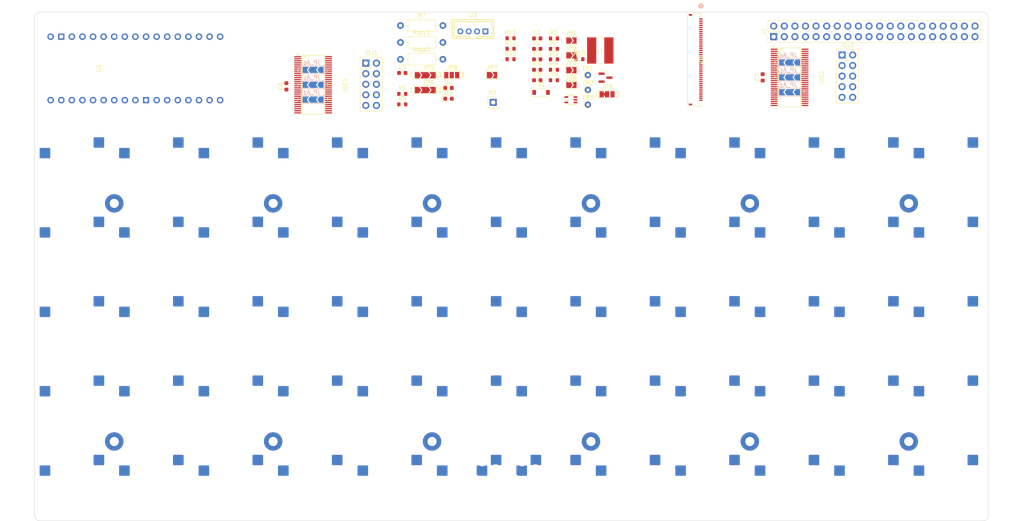
<source format=kicad_pcb>
(kicad_pcb
	(version 20241229)
	(generator "pcbnew")
	(generator_version "9.0")
	(general
		(thickness 1.6)
		(legacy_teardrops no)
	)
	(paper "A4")
	(layers
		(0 "F.Cu" signal)
		(4 "In1.Cu" signal)
		(6 "In2.Cu" signal)
		(2 "B.Cu" signal)
		(9 "F.Adhes" user "F.Adhesive")
		(11 "B.Adhes" user "B.Adhesive")
		(13 "F.Paste" user)
		(15 "B.Paste" user)
		(5 "F.SilkS" user "F.Silkscreen")
		(7 "B.SilkS" user "B.Silkscreen")
		(1 "F.Mask" user)
		(3 "B.Mask" user)
		(17 "Dwgs.User" user "User.Drawings")
		(19 "Cmts.User" user "User.Comments")
		(21 "Eco1.User" user "User.Eco1")
		(23 "Eco2.User" user "User.Eco2")
		(25 "Edge.Cuts" user)
		(27 "Margin" user)
		(31 "F.CrtYd" user "F.Courtyard")
		(29 "B.CrtYd" user "B.Courtyard")
		(35 "F.Fab" user)
		(33 "B.Fab" user)
		(39 "User.1" user)
		(41 "User.2" user)
		(43 "User.3" user)
		(45 "User.4" user)
		(47 "User.5" user)
		(49 "User.6" user)
		(51 "User.7" user)
		(53 "User.8" user)
		(55 "User.9" user)
	)
	(setup
		(stackup
			(layer "F.SilkS"
				(type "Top Silk Screen")
			)
			(layer "F.Paste"
				(type "Top Solder Paste")
			)
			(layer "F.Mask"
				(type "Top Solder Mask")
				(thickness 0.01)
			)
			(layer "F.Cu"
				(type "copper")
				(thickness 0.035)
			)
			(layer "dielectric 1"
				(type "prepreg")
				(thickness 0.1)
				(material "FR4")
				(epsilon_r 4.5)
				(loss_tangent 0.02)
			)
			(layer "In1.Cu"
				(type "copper")
				(thickness 0.035)
			)
			(layer "dielectric 2"
				(type "core")
				(thickness 1.24)
				(material "FR4")
				(epsilon_r 4.5)
				(loss_tangent 0.02)
			)
			(layer "In2.Cu"
				(type "copper")
				(thickness 0.035)
			)
			(layer "dielectric 3"
				(type "prepreg")
				(thickness 0.1)
				(material "FR4")
				(epsilon_r 4.5)
				(loss_tangent 0.02)
			)
			(layer "B.Cu"
				(type "copper")
				(thickness 0.035)
			)
			(layer "B.Mask"
				(type "Bottom Solder Mask")
				(thickness 0.01)
			)
			(layer "B.Paste"
				(type "Bottom Solder Paste")
			)
			(layer "B.SilkS"
				(type "Bottom Silk Screen")
			)
			(copper_finish "HAL lead-free")
			(dielectric_constraints no)
		)
		(pad_to_mask_clearance 0)
		(allow_soldermask_bridges_in_footprints no)
		(tenting front back)
		(pcbplotparams
			(layerselection 0x00000000_00000000_55555555_5755f5ff)
			(plot_on_all_layers_selection 0x00000000_00000000_00000000_00000000)
			(disableapertmacros no)
			(usegerberextensions no)
			(usegerberattributes yes)
			(usegerberadvancedattributes yes)
			(creategerberjobfile yes)
			(dashed_line_dash_ratio 12.000000)
			(dashed_line_gap_ratio 3.000000)
			(svgprecision 4)
			(plotframeref no)
			(mode 1)
			(useauxorigin no)
			(hpglpennumber 1)
			(hpglpenspeed 20)
			(hpglpendiameter 15.000000)
			(pdf_front_fp_property_popups yes)
			(pdf_back_fp_property_popups yes)
			(pdf_metadata yes)
			(pdf_single_document no)
			(dxfpolygonmode yes)
			(dxfimperialunits yes)
			(dxfusepcbnewfont yes)
			(psnegative no)
			(psa4output no)
			(plot_black_and_white yes)
			(sketchpadsonfab no)
			(plotpadnumbers no)
			(hidednponfab no)
			(sketchdnponfab yes)
			(crossoutdnponfab yes)
			(subtractmaskfromsilk no)
			(outputformat 1)
			(mirror no)
			(drillshape 1)
			(scaleselection 1)
			(outputdirectory "")
		)
	)
	(net 0 "")
	(net 1 "Net-(JP9-C)")
	(net 2 "/LEDA_{TFT}")
	(net 3 "/LEDK_{TFT}")
	(net 4 "+3.3V")
	(net 5 "+5V")
	(net 6 "Net-(D1-A)")
	(net 7 "Net-(D2-A)")
	(net 8 "~{RST}")
	(net 9 "/~{RST_{TFT{slash}TP}}")
	(net 10 "/CS_{SPI{slash}TFT}")
	(net 11 "/Switch Matrix Left Half/SWPIN_{4,2}")
	(net 12 "/Switch Matrix Left Half/SWPIN_{0,2}")
	(net 13 "/Switch Matrix Left Half/SWPIN_{1,7}")
	(net 14 "/Switch Matrix Left Half/SWPIN_{3,7}")
	(net 15 "/Switch Matrix Left Half/SWPIN_{4,6}")
	(net 16 "/Switch Matrix Left Half/SWPIN_{3,5}")
	(net 17 "/Switch Matrix Left Half/SWPIN_{4,0}")
	(net 18 "/Switch Matrix Left Half/SWPIN_{2,1}")
	(net 19 "/Switch Matrix Left Half/SWPIN_{0,6}")
	(net 20 "/INT_{LR}")
	(net 21 "/Switch Matrix Left Half/SWPIN_{2,0}")
	(net 22 "/Switch Matrix Left Half/SWPIN_{1,2}")
	(net 23 "/Switch Matrix Left Half/SWPIN_{0,7}")
	(net 24 "/Switch Matrix Left Half/SWPIN_{0,4}")
	(net 25 "/Switch Matrix Left Half/SWPIN_{1,5}")
	(net 26 "/Switch Matrix Left Half/SWPIN_{2,2}")
	(net 27 "/Switch Matrix Left Half/SWPIN_{3,3}")
	(net 28 "/Switch Matrix Left Half/SWPIN_{4,3}")
	(net 29 "Net-(IOE1-A2)")
	(net 30 "/Switch Matrix Left Half/SWPIN_{2,6}")
	(net 31 "/Switch Matrix Left Half/SWPIN_{3,0}")
	(net 32 "/Switch Matrix Left Half/SWPIN_{4,7}")
	(net 33 "/Switch Matrix Left Half/SWPIN_{1,0}")
	(net 34 "Net-(IOE1-A0)")
	(net 35 "/Switch Matrix Left Half/SWPIN_{1,3}")
	(net 36 "/Switch Matrix Left Half/SWPIN_{1,4}")
	(net 37 "/Switch Matrix Left Half/SWPIN_{2,4}")
	(net 38 "/Switch Matrix Left Half/SWPIN_{2,5}")
	(net 39 "Net-(IOE1-A1)")
	(net 40 "/Switch Matrix Left Half/SWPIN_{3,1}")
	(net 41 "SCL")
	(net 42 "/Switch Matrix Left Half/SWPIN_{4,4}")
	(net 43 "/Switch Matrix Left Half/SWPIN_{0,0}")
	(net 44 "/Switch Matrix Left Half/SWPIN_{4,5}")
	(net 45 "/Switch Matrix Left Half/SWPIN_{3,6}")
	(net 46 "/Switch Matrix Left Half/SWPIN_{4,1}")
	(net 47 "/Switch Matrix Left Half/SWPIN_{1,1}")
	(net 48 "/Switch Matrix Left Half/SWPIN_{3,4}")
	(net 49 "/Switch Matrix Left Half/SWPIN_{0,3}")
	(net 50 "/Switch Matrix Left Half/SWPIN_{1,6}")
	(net 51 "/Switch Matrix Left Half/SWPIN_{2,7}")
	(net 52 "/Switch Matrix Left Half/SWPIN_{3,2}")
	(net 53 "SDA")
	(net 54 "/Switch Matrix Left Half/SWPIN_{2,3}")
	(net 55 "/Switch Matrix Left Half/SWPIN_{0,5}")
	(net 56 "/Switch Matrix Left Half/SWPIN_{0,1}")
	(net 57 "/Switch Matrix Right Half/SWPIN_{1,6}")
	(net 58 "/Switch Matrix Right Half/SWPIN_{4,4}")
	(net 59 "/Switch Matrix Right Half/SWPIN_{3,4}")
	(net 60 "Net-(IOE2-A0)")
	(net 61 "/Switch Matrix Right Half/SWPIN_{1,0}")
	(net 62 "/Switch Matrix Right Half/SWPIN_{2,3}")
	(net 63 "/Switch Matrix Right Half/SWPIN_{3,6}")
	(net 64 "Net-(IOE2-A1)")
	(net 65 "/Switch Matrix Right Half/SWPIN_{3,0}")
	(net 66 "/Switch Matrix Right Half/SWPIN_{0,2}")
	(net 67 "/Switch Matrix Right Half/SWPIN_{3,2}")
	(net 68 "/Switch Matrix Right Half/SWPIN_{1,3}")
	(net 69 "/Switch Matrix Right Half/SWPIN_{4,6}")
	(net 70 "/Switch Matrix Right Half/SWPIN_{2,4}")
	(net 71 "/Switch Matrix Right Half/SWPIN_{2,6}")
	(net 72 "/Switch Matrix Right Half/SWPIN_{1,4}")
	(net 73 "/Switch Matrix Right Half/SWPIN_{3,7}")
	(net 74 "/Switch Matrix Right Half/SWPIN_{3,5}")
	(net 75 "/Switch Matrix Right Half/SWPIN_{2,5}")
	(net 76 "/Switch Matrix Right Half/SWPIN_{4,5}")
	(net 77 "/Switch Matrix Right Half/SWPIN_{2,0}")
	(net 78 "unconnected-(U1-VBAT-Pad1)")
	(net 79 "/Switch Matrix Right Half/SWPIN_{4,0}")
	(net 80 "GND")
	(net 81 "/Switch Matrix Right Half/SWPIN_{1,2}")
	(net 82 "/Switch Matrix Right Half/SWPIN_{0,3}")
	(net 83 "/Switch Matrix Right Half/SWPIN_{0,7}")
	(net 84 "Net-(IOE2-A2)")
	(net 85 "/Switch Matrix Right Half/SWPIN_{2,2}")
	(net 86 "/Switch Matrix Right Half/SWPIN_{0,1}")
	(net 87 "/Switch Matrix Right Half/SWPIN_{0,4}")
	(net 88 "/Switch Matrix Right Half/SWPIN_{4,7}")
	(net 89 "/Switch Matrix Right Half/SWPIN_{0,0}")
	(net 90 "/Switch Matrix Right Half/SWPIN_{4,3}")
	(net 91 "/Switch Matrix Right Half/SWPIN_{2,7}")
	(net 92 "/Switch Matrix Right Half/SWPIN_{1,1}")
	(net 93 "/Switch Matrix Right Half/SWPIN_{0,5}")
	(net 94 "/Switch Matrix Right Half/SWPIN_{4,2}")
	(net 95 "/Switch Matrix Right Half/SWPIN_{0,6}")
	(net 96 "/Switch Matrix Right Half/SWPIN_{3,1}")
	(net 97 "/G5")
	(net 98 "/Switch Matrix Right Half/SWPIN_{2,1}")
	(net 99 "/Switch Matrix Right Half/SWPIN_{1,7}")
	(net 100 "/Switch Matrix Right Half/SWPIN_{4,1}")
	(net 101 "/Switch Matrix Right Half/SWPIN_{1,5}")
	(net 102 "/R1")
	(net 103 "/R5")
	(net 104 "/B1")
	(net 105 "/G2")
	(net 106 "/Switch Matrix Right Half/SWPIN_{3,3}")
	(net 107 "/SCK_{SPI}")
	(net 108 "/HSYNC_{TFT}")
	(net 109 "/B4")
	(net 110 "/G4")
	(net 111 "/MOSI_{SPI}")
	(net 112 "/IM0")
	(net 113 "+3.3V_{LDO2}")
	(net 114 "/G3")
	(net 115 "/DE_{TFT}")
	(net 116 "/IM1")
	(net 117 "/G1")
	(net 118 "/B2")
	(net 119 "/G0")
	(net 120 "/INT_{TP}")
	(net 121 "/R3")
	(net 122 "Net-(J1-Pin_12)")
	(net 123 "/R2")
	(net 124 "/VSYNC_{TFT}")
	(net 125 "Net-(JP1-A)")
	(net 126 "/B5")
	(net 127 "Net-(JP2-A)")
	(net 128 "/R4")
	(net 129 "Net-(JP3-A)")
	(net 130 "Net-(JP4-A)")
	(net 131 "/B3")
	(net 132 "/INT_{TP}{slash}~{RST_{TFT{slash}TP}}")
	(net 133 "Net-(JP9-A)")
	(net 134 "Net-(Q1-G)")
	(net 135 "/PCLK_{TFT}")
	(net 136 "/BGPWM_{TFT}")
	(net 137 "Net-(R10-Pad1)")
	(net 138 "Net-(R11-Pad2)")
	(net 139 "Net-(R13-Pad2)")
	(net 140 "Net-(R11-Pad1)")
	(footprint "easyeda2kicad:TSSOP-56_L14.0-W6.1-P0.50-LS8.1-BL" (layer "F.Cu") (at 207.01 54.215 -90))
	(footprint "MountingHole:MountingHole_2.2mm_M2_Pad" (layer "F.Cu") (at 83.185 141.605))
	(footprint "easyeda2kicad:TSSOP-56_L14.0-W6.1-P0.50-LS8.1-BL" (layer "F.Cu") (at 92.77 55.99 -90))
	(footprint "Resistor_SMD:R_0603_1608Metric" (layer "F.Cu") (at 140.105 49.855))
	(footprint "Project_Library:CONN_F3311A7H121040E200_AMP" (layer "F.Cu") (at 184.15 49.975 -90))
	(footprint "easyeda2kicad:CONN-TH_B4B-PH-K-LF-SN" (layer "F.Cu") (at 131.08 43.18))
	(footprint "Capacitor_SMD:C_0603_1608Metric" (layer "F.Cu") (at 146.505 44.865))
	(footprint "Resistor_SMD:R_0603_1608Metric" (layer "F.Cu") (at 150.515 52.395))
	(footprint "MountingHole:MountingHole_2.2mm_M2_Pad" (layer "F.Cu") (at 121.285 141.605))
	(footprint "TestPoint:TestPoint_THTPad_D1.5mm_Drill0.7mm" (layer "F.Cu") (at 158.645 53.665))
	(footprint "Resistor_THT:R_Axial_DIN0207_L6.3mm_D2.5mm_P10.16mm_Horizontal" (layer "F.Cu") (at 113.72 41.78))
	(footprint "Resistor_SMD:R_0603_1608Metric" (layer "F.Cu") (at 114.15 58.18))
	(footprint "MountingHole:MountingHole_2.2mm_M2_Pad" (layer "F.Cu") (at 197.485 84.455))
	(footprint "Connector_PinHeader_2.54mm:PinHeader_2x05_P2.54mm_Vertical" (layer "F.Cu") (at 105.41 50.8))
	(footprint "Project_Library:IND_BOURNS_SRR5028" (layer "F.Cu") (at 161.62 47.77))
	(footprint "UnexpectedMaker:ProS3_TH" (layer "F.Cu") (at 50.165 52.05 90))
	(footprint "Diode_SMD:D_SOD-123" (layer "F.Cu") (at 147.42 57.835))
	(footprint "Resistor_SMD:R_0603_1608Metric" (layer "F.Cu") (at 140.105 44.835))
	(footprint "Resistor_SMD:R_0603_1608Metric" (layer "F.Cu") (at 150.515 44.865))
	(footprint "Connector_PinHeader_2.54mm:PinHeader_1x01_P2.54mm_Vertical" (layer "F.Cu") (at 135.945 60.22))
	(footprint "Resistor_SMD:R_0603_1608Metric" (layer "F.Cu") (at 114.15 60.69))
	(footprint "Jumper:SolderJumper-2_P1.3mm_Open_TrianglePad1.0x1.5mm" (layer "F.Cu") (at 154.695 45.385))
	(footprint "MountingHole:MountingHole_2.2mm_M2_Pad" (layer "F.Cu") (at 45.085 141.605))
	(footprint "Jumper:SolderJumper-2_P1.3mm_Open_TrianglePad1.0x1.5mm" (layer "F.Cu") (at 154.695 48.935))
	(footprint "Capacitor_SMD:C_0603_1608Metric" (layer "F.Cu") (at 200.55 54.215 90))
	(footprint "Resistor_THT:R_Axial_DIN0207_L6.3mm_D2.5mm_P10.16mm_Horizontal" (layer "F.Cu") (at 113.72 45.83))
	(footprint "PCM_JLCPCB:Q_SOT-23" (layer "F.Cu") (at 162.865 54.29))
	(footprint "Jumper:SolderJumper-3_P1.3mm_Open_Pad1.0x1.5mm_NumberLabels" (layer "F.Cu") (at 126.01 53.68))
	(footprint "Jumper:SolderJumper-2_P1.3mm_Open_TrianglePad1.0x1.5mm" (layer "F.Cu") (at 154.695 52.485))
	(footprint "MountingHole:MountingHole_2.2mm_M2_Pad" (layer "F.Cu") (at 197.485 141.605))
	(footprint "Resistor_SMD:R_0603_1608Metric" (layer "F.Cu") (at 150.515 49.885))
	(footprint "Jumper:SolderJumper-2_P1.3mm_Open_TrianglePad1.0x1.5mm" (layer "F.Cu") (at 154.695 56.035))
	(footprint "Diode_SMD:D_0603_1608Metric" (layer "F.Cu") (at 125.23 56.75))
	(footprint "Resistor_SMD:R_0603_1608Metric" (layer "F.Cu") (at 150.515 47.375))
	(footprint "Capacitor_SMD:C_0603_1608Metric"
		(layer "F.Cu")
		(uuid "98c9cf53-abe9-4079-b726-72eb604651dc")
		(at 146.505 54.905)
		(descr "Capacitor SMD 0603 (1608 Metric), square (rectangular) end terminal, IPC-7351 nominal, (Body size source: IPC-SM-782 page 76, https://www.pcb-3d.com/wordpress/wp-content/uploads/ipc-sm-782a_amendment_1_and_2.pdf), generated with kicad-footprint-generator")
		(tags "capacitor")
		(property "Reference" "C8"
			(at 0 -1.43 0)
			(layer "F.SilkS")
			(uuid "960fbce6-6fa5-4940-9200-718a5ac539c4")
			(effects
				(font
					(size 1 1)
					(thickness 0.15)
				)
			)
		)
		(property "Value" "10uF"
			(at 0 1.43 0)
			(layer "F.Fab")
			(uuid "12c81f73-8627-472a-a689-3bf9ef1ba800")
			(effects
				(font
					(size 1 1)
					(thickness 0.15)
				)
			)
		)
		(property "Datasheet" "~"
			(at 0 0 0)
			(layer "F.Fab")
			(hide yes)
			(uuid "852e912a-31c2-4ee4-a79b-d1aff1daf98e")
			(effects
				(font
					(size 1.27 1.27)
					(thickness 0.15)
				)
			)
		)
		(property "Description" "Unpolarized capacitor, small symbol"
			(at 0 0 0)
			(layer "F.Fab")
			(hide yes)
			(uuid "f705176c-e554-4ec9-9e79-f58aa0822915")
			(effects
				(font
					(size 1.27 1.27)
					(thickness 0.15)
				)
			)
		)
		(property ki_fp_filters "C_*")
		(path "/628f2de5-a5de-421c-af90-8153f9f7644b/caaf8b80-764d-48af-b6b3-7a03affd738d")
		(sheetname "/Backlight Boost Converter/")
		(sheetfile "backlight_boost_converter.kicad_sch")
		(attr smd)
		(fp_line
			(start -0.14058 -0.51)
			(end 0.14058 -0.51)
			(stroke
				(width 0.12)
				(type solid)
			)
			(layer "F.SilkS")
			(uuid "f3ab423e-d6db-4dd2-b63c-b1b0e0c76502")
		)
		(fp_line
			(start -0.14058 0.51)
			(end 0.14058 0.51)
			(stroke
				(width 0.12)
				(type solid)
			)
			(layer "F.SilkS")
			(uuid "f4eee8e0-79d3-4f5b-a949-e910f059d58d")
		)
		(fp_line
			(start -1.48 -0.73)
			(end 1.48 -0.73)
			(stroke
				(width 0.05)
				(type solid)
			)
			(layer "F.CrtYd")
			(uuid "47f4b4c2-fd63-4553-8ce1-4c60f8dd9f80")
		)
		(fp_line
			(start -1.48 0.73)
			(end -1.48 -0.73)
			(stroke
				(width 0.05)
				(type solid)
			)
			(layer "F.CrtYd")
			(uuid "4bb65938-1a33-46c8-80ae-2ab8e4ebb3e5")
		)
		(fp_line
			(start 1.48 -0.73)
			(end 1.48 0.73)
			(stroke
				(width 0.05)
				(type solid)
			)
			(layer "F.CrtYd")
			(uuid "191bf6f8-7f39-4bcf-83d2-941b797676c4")
		)
		(fp_line
			(start 1.48 0.73)
			(end -1.48 0.73)
			(stroke
				(width 0.05)
				(type solid)
			)
			(layer "F.CrtYd")
			(uuid "a3a6fc35-784b-42f5-8441-0761a388055d")
		)
		(fp_line
			(start -0.8 -0.4)
			(end 0.8 -0.4)
			(stroke
				(width 0.1)
				(type solid)
			)
			(layer "F.Fab")
			(uuid "5cf779e6-c105-4f0d-8d29-7cce67c14c4e")
		)
		(fp_line
			(start -0.8 0.4)
			(end -0.8 -0.4)
			(stroke
				(width 0.1)
				(type solid)
			)
			(layer "F.Fab")
			(uuid "974a5237-518d-47a2-a749-a2eccaf80e6a")
		)
		(fp_line
			(start 0.8 -0.4)
			(end 0.8 0.4)
			(stroke
				(width 0.1)
				(type solid)
			)
			(layer "F.Fab")
			(uuid "830c0700-ea98-4e28-ae5f-8a5b6830349a")
		)
		(fp_line
			(start 0.8 0.4)
			(end -0.8 0.4)
			(stroke
				(width 0.1)
				(type solid)
			)
			(layer "F.Fab")
			(uuid "5927aa77-6f6d-4
... [597128 chars truncated]
</source>
